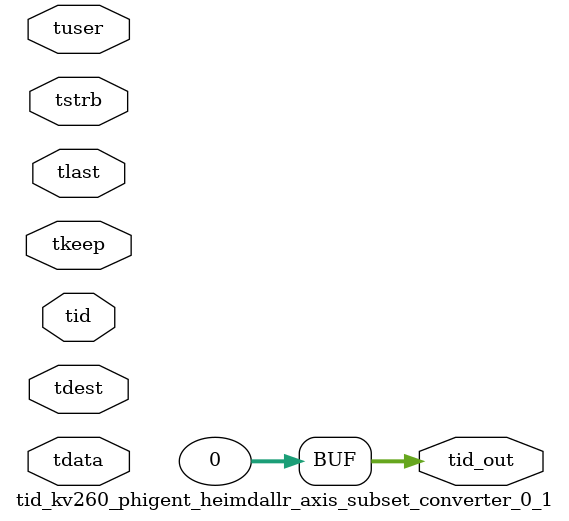
<source format=v>


`timescale 1ps/1ps

module tid_kv260_phigent_heimdallr_axis_subset_converter_0_1 #
(
parameter C_S_AXIS_TID_WIDTH   = 1,
parameter C_S_AXIS_TUSER_WIDTH = 0,
parameter C_S_AXIS_TDATA_WIDTH = 0,
parameter C_S_AXIS_TDEST_WIDTH = 0,
parameter C_M_AXIS_TID_WIDTH   = 32
)
(
input  [(C_S_AXIS_TID_WIDTH   == 0 ? 1 : C_S_AXIS_TID_WIDTH)-1:0       ] tid,
input  [(C_S_AXIS_TDATA_WIDTH == 0 ? 1 : C_S_AXIS_TDATA_WIDTH)-1:0     ] tdata,
input  [(C_S_AXIS_TUSER_WIDTH == 0 ? 1 : C_S_AXIS_TUSER_WIDTH)-1:0     ] tuser,
input  [(C_S_AXIS_TDEST_WIDTH == 0 ? 1 : C_S_AXIS_TDEST_WIDTH)-1:0     ] tdest,
input  [(C_S_AXIS_TDATA_WIDTH/8)-1:0 ] tkeep,
input  [(C_S_AXIS_TDATA_WIDTH/8)-1:0 ] tstrb,
input                                                                    tlast,
output [(C_M_AXIS_TID_WIDTH   == 0 ? 1 : C_M_AXIS_TID_WIDTH)-1:0       ] tid_out
);

assign tid_out = {1'b0};

endmodule


</source>
